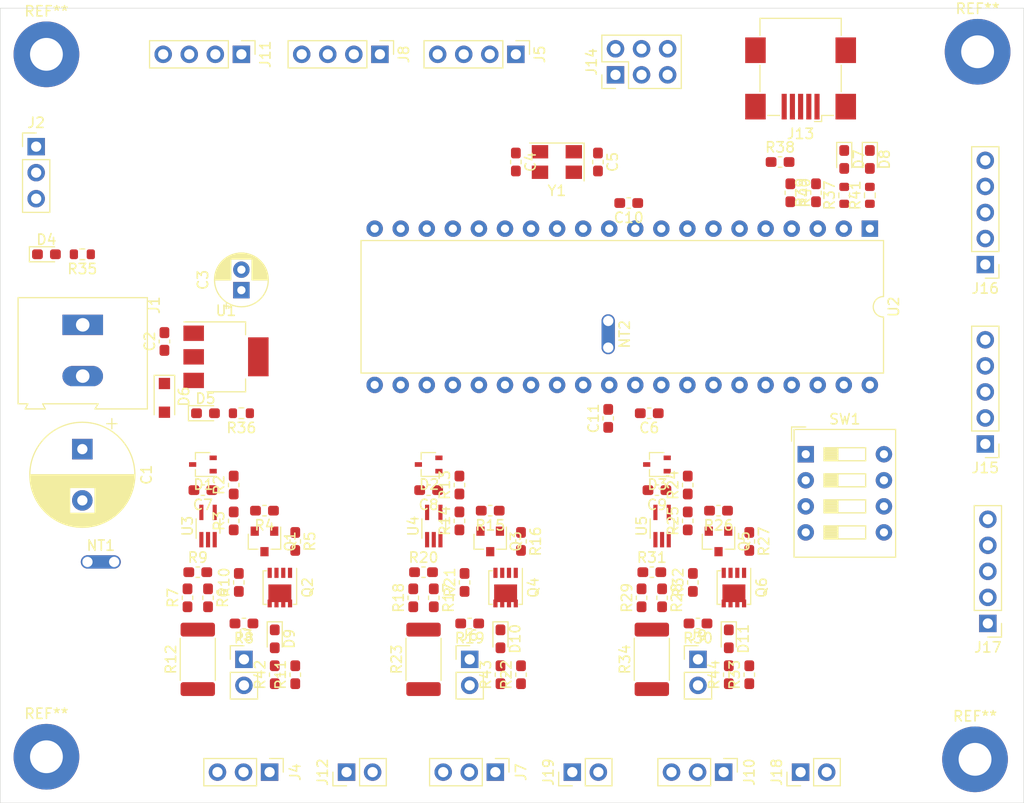
<source format=kicad_pcb>
(kicad_pcb (version 20171130) (host pcbnew "(5.1.12)-1")
  (layers (0 F.Cu signal) (31 B.Cu signal) (34 B.Paste user) (35 F.Paste user) (36 B.SilkS user) (37 F.SilkS user) (38 B.Mask user) (39 F.Mask user) (44 Edge.Cuts user))
  (net 0 "")
  (net 1 GNDPWR)
  (net 2 +8V)
  (net 3 GND)
  (net 4 +3V3)
  (net 5 "Net-(C4-Pad1)")
  (net 6 "Net-(C5-Pad1)")
  (net 7 "Net-(C6-Pad1)")
  (net 8 MOTOR_A_SENSE)
  (net 9 MOTOR_B_SENSE)
  (net 10 MOTOR_C_SENSE)
  (net 11 +3.3VA)
  (net 12 "Net-(D4-Pad2)")
  (net 13 "Net-(D5-Pad2)")
  (net 14 +5V)
  (net 15 "Net-(D7-Pad2)")
  (net 16 "Net-(D8-Pad2)")
  (net 17 "Net-(D9-Pad2)")
  (net 18 "Net-(D10-Pad2)")
  (net 19 "Net-(D11-Pad2)")
  (net 20 I2C_SCL)
  (net 21 I2C_SDA)
  (net 22 "Net-(J3-Pad2)")
  (net 23 "Net-(J3-Pad1)")
  (net 24 "Net-(J4-Pad3)")
  (net 25 "Net-(J4-Pad1)")
  (net 26 ROT_DAT_A)
  (net 27 ROT_CLK_A)
  (net 28 "Net-(J6-Pad2)")
  (net 29 "Net-(J6-Pad1)")
  (net 30 "Net-(J7-Pad3)")
  (net 31 "Net-(J7-Pad1)")
  (net 32 ROT_DAT_B)
  (net 33 ROT_CLK_B)
  (net 34 "Net-(J10-Pad2)")
  (net 35 "Net-(J9-Pad1)")
  (net 36 "Net-(J10-Pad3)")
  (net 37 "Net-(J10-Pad1)")
  (net 38 ROT_DAT_C)
  (net 39 ROT_CLK_C)
  (net 40 RESET)
  (net 41 SPI_MOSI)
  (net 42 SPI_SCK)
  (net 43 SPI_MISO)
  (net 44 SPI_SS_E)
  (net 45 SPI_SS_D)
  (net 46 SPI_SS_F)
  (net 47 "Net-(Q1-Pad3)")
  (net 48 "Net-(Q1-Pad1)")
  (net 49 "Net-(Q3-Pad3)")
  (net 50 "Net-(Q3-Pad1)")
  (net 51 "Net-(Q5-Pad3)")
  (net 52 "Net-(Q5-Pad1)")
  (net 53 "Net-(R2-Pad1)")
  (net 54 "Net-(R10-Pad2)")
  (net 55 MOTOR_A_DISCONNECT)
  (net 56 "Net-(R6-Pad1)")
  (net 57 MOTOR_A_CONTROL)
  (net 58 "Net-(R13-Pad1)")
  (net 59 "Net-(R14-Pad1)")
  (net 60 MOTOR_B_DISCONNECT)
  (net 61 "Net-(R17-Pad1)")
  (net 62 MOTOR_B_CONTROL)
  (net 63 "Net-(R24-Pad1)")
  (net 64 "Net-(R25-Pad1)")
  (net 65 MOTOR_C_DISCONNECT)
  (net 66 "Net-(R28-Pad1)")
  (net 67 MOTOR_C_CONTROL)
  (net 68 LED_ERR)
  (net 69 "Net-(J13-Pad2)")
  (net 70 "Net-(J13-Pad3)")
  (net 71 USB_D+)
  (net 72 USB_D-)
  (net 73 LED_RUN)
  (net 74 FUNCTION_1)
  (net 75 FUNCTION_0)
  (net 76 "Net-(J13-Pad4)")
  (net 77 "Net-(J13-Pad6)")
  (net 78 "Net-(SW1-Pad3)")
  (net 79 LIMIT_SWITCH_C)
  (net 80 LIMIT_SWITCH_B)
  (net 81 LIMIT_SWITCH_A)
  (module Resistor_SMD:R_0603_1608Metric (layer F.Cu) (at 170.25 86.25 90)
    (fp_text reference R41 (at 0 -1.43 90) (layer F.SilkS))
    (fp_text value 330)
    (pad 2 smd roundrect (at 0.825 0 90) (size 0.8 0.95) (layers F.Cu F.Paste F.Mask) (net 16 "Net-(D8-Pad2)"))
    (pad 1 smd roundrect (at -0.825 0 90) (size 0.8 0.95) (layers F.Cu F.Paste F.Mask) (net 73 LED_RUN))
  )
  (module Resistor_SMD:R_0603_1608Metric (layer F.Cu) (at 167.75 86.25 90)
    (fp_text reference R37 (at 0 -1.43 90) (layer F.SilkS))
    (fp_text value 330)
    (pad 2 smd roundrect (at 0.825 0 90) (size 0.8 0.95) (layers F.Cu F.Paste F.Mask) (net 15 "Net-(D7-Pad2)"))
    (pad 1 smd roundrect (at -0.825 0 90) (size 0.8 0.95) (layers F.Cu F.Paste F.Mask) (net 68 LED_ERR))
  )
  (module Resistor_SMD:R_0603_1608Metric (layer F.Cu) (at 109 107.5 180)
    (fp_text reference R36 (at 0 -1.43) (layer F.SilkS))
    (fp_text value 330)
    (pad 2 smd roundrect (at 0.825 0 180) (size 0.8 0.95) (layers F.Cu F.Paste F.Mask) (net 13 "Net-(D5-Pad2)"))
    (pad 1 smd roundrect (at -0.825 0 180) (size 0.8 0.95) (layers F.Cu F.Paste F.Mask) (net 4 +3V3))
  )
  (module Resistor_SMD:R_0603_1608Metric (layer F.Cu) (at 93.5 92 180)
    (fp_text reference R35 (at 0 -1.43) (layer F.SilkS))
    (fp_text value 1.5k)
    (pad 2 smd roundrect (at 0.825 0 180) (size 0.8 0.95) (layers F.Cu F.Paste F.Mask) (net 12 "Net-(D4-Pad2)"))
    (pad 1 smd roundrect (at -0.825 0 180) (size 0.8 0.95) (layers F.Cu F.Paste F.Mask) (net 2 +8V))
  )
  (module LED_SMD:LED_0603_1608Metric_Pad1.05x0.95mm_HandSolder (layer F.Cu) (at 170.25 82.75 270)
    (fp_text reference D8 (at 0 -1.43 90) (layer F.SilkS))
    (fp_text value LED_RUN)
    (pad 2 smd roundrect (at 0.875 0 270) (size 1.05 0.95) (layers F.Cu F.Paste F.Mask) (net 16 "Net-(D8-Pad2)"))
    (pad 1 smd roundrect (at -0.875 0 270) (size 1.05 0.95) (layers F.Cu F.Paste F.Mask) (net 3 GND))
  )
  (module LED_SMD:LED_0603_1608Metric_Pad1.05x0.95mm_HandSolder (layer F.Cu) (at 167.75 82.75 270)
    (fp_text reference D7 (at 0 -1.43 90) (layer F.SilkS))
    (fp_text value LED_ERR)
    (pad 2 smd roundrect (at 0.875 0 270) (size 1.05 0.95) (layers F.Cu F.Paste F.Mask) (net 15 "Net-(D7-Pad2)"))
    (pad 1 smd roundrect (at -0.875 0 270) (size 1.05 0.95) (layers F.Cu F.Paste F.Mask) (net 3 GND))
  )
  (module LED_SMD:LED_0603_1608Metric_Pad1.05x0.95mm_HandSolder (layer F.Cu) (at 105.5 107.5)
    (fp_text reference D5 (at 0 -1.43) (layer F.SilkS))
    (fp_text value LED_3V3)
    (pad 2 smd roundrect (at 0.875 0) (size 1.05 0.95) (layers F.Cu F.Paste F.Mask) (net 13 "Net-(D5-Pad2)"))
    (pad 1 smd roundrect (at -0.875 0) (size 1.05 0.95) (layers F.Cu F.Paste F.Mask) (net 3 GND))
  )
  (module LED_SMD:LED_0603_1608Metric_Pad1.05x0.95mm_HandSolder (layer F.Cu) (at 90 92)
    (fp_text reference D4 (at 0 -1.43) (layer F.SilkS))
    (fp_text value LED_POWER)
    (pad 2 smd roundrect (at 0.875 0) (size 1.05 0.95) (layers F.Cu F.Paste F.Mask) (net 12 "Net-(D4-Pad2)"))
    (pad 1 smd roundrect (at -0.875 0) (size 1.05 0.95) (layers F.Cu F.Paste F.Mask) (net 3 GND))
  )
  (module Connector_PinHeader_2.54mm:PinHeader_1x03_P2.54mm_Vertical (layer F.Cu) (at 111.75 142.5 270)
    (fp_text reference J4 (at 0 -2.5 90) (layer F.SilkS))
    (fp_text value Motor)
    (pad 3 thru_hole oval (at 0 5.08 270) (size 1.7 1.7) (drill 1) (layers *.Cu *.Mask) (net 24 "Net-(J4-Pad3)"))
    (pad 2 thru_hole oval (at 0 2.54 270) (size 1.7 1.7) (drill 1) (layers *.Cu *.Mask) (net 22 "Net-(J3-Pad2)"))
    (pad 1 thru_hole rect (at 0 0 270) (size 1.7 1.7) (drill 1) (layers *.Cu *.Mask) (net 25 "Net-(J4-Pad1)"))
  )
  (module Connector_PinHeader_2.54mm:PinHeader_1x02_P2.54mm_Vertical (layer F.Cu) (at 119.25 142.5 90)
    (fp_text reference J12 (at 0 -2.33 90) (layer F.SilkS))
    (fp_text value Conn_01x02)
    (pad 2 thru_hole oval (at 0 2.54 90) (size 1.7 1.7) (drill 1) (layers *.Cu *.Mask) (net 3 GND))
    (pad 1 thru_hole rect (at 0 0 90) (size 1.7 1.7) (drill 1) (layers *.Cu *.Mask) (net 81 LIMIT_SWITCH_A))
  )
  (module LED_SMD:LED_0603_1608Metric_Pad1.05x0.95mm_HandSolder (layer F.Cu) (at 112.25 129.5 270)
    (fp_text reference D9 (at 0 -1.43 90) (layer F.SilkS))
    (fp_text value LED)
    (pad 2 smd roundrect (at 0.875 0 270) (size 1.05 0.95) (layers F.Cu F.Paste F.Mask) (net 17 "Net-(D9-Pad2)"))
    (pad 1 smd roundrect (at -0.875 0 270) (size 1.05 0.95) (layers F.Cu F.Paste F.Mask) (net 3 GND))
  )
  (module Capacitor_SMD:C_0603_1608Metric_Pad1.05x0.95mm_HandSolder (layer F.Cu) (at 105.25 115 180)
    (fp_text reference C7 (at 0 -1.43) (layer F.SilkS))
    (fp_text value 100n)
    (pad 2 smd roundrect (at 0.875 0 180) (size 1.05 0.95) (layers F.Cu F.Paste F.Mask) (net 3 GND))
    (pad 1 smd roundrect (at -0.875 0 180) (size 1.05 0.95) (layers F.Cu F.Paste F.Mask) (net 8 MOTOR_A_SENSE))
  )
  (module Connector_PinHeader_2.54mm:PinHeader_1x02_P2.54mm_Vertical (layer F.Cu) (at 109.25 131.5)
    (fp_text reference J3 (at 0 -2.33) (layer F.SilkS))
    (fp_text value Conn_02x01)
    (pad 2 thru_hole oval (at 0 2.54) (size 1.7 1.7) (drill 1) (layers *.Cu *.Mask) (net 22 "Net-(J3-Pad2)"))
    (pad 1 thru_hole rect (at 0 0) (size 1.7 1.7) (drill 1) (layers *.Cu *.Mask) (net 23 "Net-(J3-Pad1)"))
  )
  (module Resistor_SMD:R_0603_1608Metric_Pad1.05x0.95mm_HandSolder (layer F.Cu) (at 112.25 133 90)
    (fp_text reference R42 (at 0 -1.43 90) (layer F.SilkS))
    (fp_text value 1.5k)
    (pad 2 smd roundrect (at 0.875 0 90) (size 1.05 0.95) (layers F.Cu F.Paste F.Mask) (net 17 "Net-(D9-Pad2)"))
    (pad 1 smd roundrect (at -0.875 0 90) (size 1.05 0.95) (layers F.Cu F.Paste F.Mask) (net 22 "Net-(J3-Pad2)"))
  )
  (module Resistor_SMD:R_0603_1608Metric_Pad1.05x0.95mm_HandSolder (layer F.Cu) (at 111.25 117 180)
    (fp_text reference R4 (at 0 -1.43) (layer F.SilkS))
    (fp_text value 10k)
    (pad 2 smd roundrect (at 0.875 0 180) (size 1.05 0.95) (layers F.Cu F.Paste F.Mask) (net 55 MOTOR_A_DISCONNECT))
    (pad 1 smd roundrect (at -0.875 0 180) (size 1.05 0.95) (layers F.Cu F.Paste F.Mask) (net 48 "Net-(Q1-Pad1)"))
  )
  (module Resistor_SMD:R_0603_1608Metric_Pad1.05x0.95mm_HandSolder (layer F.Cu) (at 114.25 120 270)
    (fp_text reference R5 (at 0 -1.43 90) (layer F.SilkS))
    (fp_text value 10k)
    (pad 2 smd roundrect (at 0.875 0 270) (size 1.05 0.95) (layers F.Cu F.Paste F.Mask) (net 47 "Net-(Q1-Pad3)"))
    (pad 1 smd roundrect (at -0.875 0 270) (size 1.05 0.95) (layers F.Cu F.Paste F.Mask) (net 2 +8V))
  )
  (module Resistor_SMD:R_0603_1608Metric_Pad1.05x0.95mm_HandSolder (layer F.Cu) (at 103.75 125.5 90)
    (fp_text reference R7 (at 0 -1.43 90) (layer F.SilkS))
    (fp_text value 47k)
    (pad 2 smd roundrect (at 0.875 0 90) (size 1.05 0.95) (layers F.Cu F.Paste F.Mask) (net 56 "Net-(R6-Pad1)"))
    (pad 1 smd roundrect (at -0.875 0 90) (size 1.05 0.95) (layers F.Cu F.Paste F.Mask) (net 4 +3V3))
  )
  (module Resistor_SMD:R_0603_1608Metric_Pad1.05x0.95mm_HandSolder (layer F.Cu) (at 108.75 124 90)
    (fp_text reference R10 (at 0 -1.43 90) (layer F.SilkS))
    (fp_text value 100)
    (pad 2 smd roundrect (at 0.875 0 90) (size 1.05 0.95) (layers F.Cu F.Paste F.Mask) (net 54 "Net-(R10-Pad2)"))
    (pad 1 smd roundrect (at -0.875 0 90) (size 1.05 0.95) (layers F.Cu F.Paste F.Mask) (net 1 GNDPWR))
  )
  (module Resistor_SMD:R_0603_1608Metric_Pad1.05x0.95mm_HandSolder (layer F.Cu) (at 109.25 128 180)
    (fp_text reference R8 (at 0 -1.43) (layer F.SilkS))
    (fp_text value 10k)
    (pad 2 smd roundrect (at 0.875 0 180) (size 1.05 0.95) (layers F.Cu F.Paste F.Mask) (net 3 GND))
    (pad 1 smd roundrect (at -0.875 0 180) (size 1.05 0.95) (layers F.Cu F.Paste F.Mask) (net 23 "Net-(J3-Pad1)"))
  )
  (module Resistor_SMD:R_0603_1608Metric_Pad1.05x0.95mm_HandSolder (layer F.Cu) (at 108.25 114.5 90)
    (fp_text reference R2 (at 0 -1.43 90) (layer F.SilkS))
    (fp_text value 1k)
    (pad 2 smd roundrect (at 0.875 0 90) (size 1.05 0.95) (layers F.Cu F.Paste F.Mask) (net 8 MOTOR_A_SENSE))
    (pad 1 smd roundrect (at -0.875 0 90) (size 1.05 0.95) (layers F.Cu F.Paste F.Mask) (net 53 "Net-(R2-Pad1)"))
  )
  (module Package_TO_SOT_SMD:SOT-353_SC-70-5_Handsoldering (layer F.Cu) (at 105.75 118.5 90)
    (fp_text reference U3 (at 0 -2 90) (layer F.SilkS))
    (fp_text value OPA333xxDCK)
    (pad 5 smd rect (at 1.33 -0.65 90) (size 1.5 0.4) (layers F.Cu F.Paste F.Mask) (net 4 +3V3))
    (pad 4 smd rect (at 1.33 0.65 90) (size 1.5 0.4) (layers F.Cu F.Paste F.Mask) (net 53 "Net-(R2-Pad1)"))
    (pad 3 smd rect (at -1.33 0.65 90) (size 1.5 0.4) (layers F.Cu F.Paste F.Mask) (net 54 "Net-(R10-Pad2)"))
    (pad 2 smd rect (at -1.33 0 90) (size 1.5 0.4) (layers F.Cu F.Paste F.Mask) (net 3 GND))
    (pad 1 smd rect (at -1.33 -0.65 90) (size 1.5 0.4) (layers F.Cu F.Paste F.Mask) (net 56 "Net-(R6-Pad1)"))
  )
  (module Package_SO:Vishay_PowerPAK_1212-8_Single (layer F.Cu) (at 112.75 124.5 270)
    (fp_text reference Q2 (at 0 -2.7 90) (layer F.SilkS))
    (fp_text value SiSS05DN)
    (pad 1 smd rect (at -1.435 -0.99 270) (size 0.99 0.405) (layers F.Cu F.Paste F.Mask) (net 2 +8V))
    (pad 2 smd rect (at -1.435 -0.33 270) (size 0.99 0.405) (layers F.Cu F.Paste F.Mask) (net 2 +8V))
    (pad 3 smd rect (at -1.435 0.33 270) (size 0.99 0.405) (layers F.Cu F.Paste F.Mask) (net 2 +8V))
    (pad 4 smd rect (at -1.435 0.99 270) (size 0.99 0.405) (layers F.Cu F.Paste F.Mask) (net 47 "Net-(Q1-Pad3)"))
    (pad 5 smd custom (at 0.5575 0 270) (size 1.725 2.235) (layers F.Cu F.Paste F.Mask) (net 23 "Net-(J3-Pad1)") (options (clearance outline) (anchor rect)) (primitives (gr_poly (pts (xy 0.8625 0.1275) (xy 0.8625 -0.1275) (xy 1.3725 -0.1275) (xy 1.3725 -0.5325) (xy 0.8625 -0.5325) (xy 0.8625 -0.7875) (xy 1.3725 -0.7875) (xy 1.3725 -1.195) (xy 0.6125 -1.195) (xy 0.6125 1.195) (xy 1.3725 1.195) (xy 1.3725 0.7875) (xy 0.8625 0.7875) (xy 0.8625 0.5325) (xy 1.3725 0.5325) (xy 1.3725 0.1275)) (width 0))))
  )
  (module Package_TO_SOT_SMD:SOT-323_SC-70 (layer F.Cu) (at 105.25 112.5 180)
    (fp_text reference D1 (at -0.05 -1.95) (layer F.SilkS))
    (fp_text value D_Schottky_x2_Serial_AKC)
    (pad 3 smd rect (at 1 0 90) (size 0.45 0.7) (layers F.Cu F.Paste F.Mask) (net 8 MOTOR_A_SENSE))
    (pad 2 smd rect (at -1 0.65 90) (size 0.45 0.7) (layers F.Cu F.Paste F.Mask) (net 4 +3V3))
    (pad 1 smd rect (at -1 -0.65 90) (size 0.45 0.7) (layers F.Cu F.Paste F.Mask) (net 3 GND))
  )
  (module Resistor_SMD:R_0603_1608Metric_Pad1.05x0.95mm_HandSolder (layer F.Cu) (at 104.75 123)
    (fp_text reference R9 (at 0 -1.43) (layer F.SilkS))
    (fp_text value 100)
    (pad 2 smd roundrect (at 0.875 0) (size 1.05 0.95) (layers F.Cu F.Paste F.Mask) (net 56 "Net-(R6-Pad1)"))
    (pad 1 smd roundrect (at -0.875 0) (size 1.05 0.95) (layers F.Cu F.Paste F.Mask) (net 24 "Net-(J4-Pad3)"))
  )
  (module Package_TO_SOT_SMD:SOT-23 (layer F.Cu) (at 111.25 120 270)
    (fp_text reference Q1 (at 0 -2.5 90) (layer F.SilkS))
    (fp_text value Q_NPN_BEC)
    (pad 3 smd rect (at 1 0 270) (size 0.9 0.8) (layers F.Cu F.Paste F.Mask) (net 47 "Net-(Q1-Pad3)"))
    (pad 2 smd rect (at -1 0.95 270) (size 0.9 0.8) (layers F.Cu F.Paste F.Mask) (net 3 GND))
    (pad 1 smd rect (at -1 -0.95 270) (size 0.9 0.8) (layers F.Cu F.Paste F.Mask) (net 48 "Net-(Q1-Pad1)"))
  )
  (module Resistor_SMD:R_2512_6332Metric (layer F.Cu) (at 104.75 131.5 90)
    (fp_text reference R12 (at 0 -2.62 90) (layer F.SilkS))
    (fp_text value 5m)
    (pad 2 smd roundrect (at 2.9 0 90) (size 1.35 3.35) (layers F.Cu F.Paste F.Mask) (roundrect_rratio 0.185185) (net 1 GNDPWR))
    (pad 1 smd roundrect (at -2.9 0 90) (size 1.35 3.35) (layers F.Cu F.Paste F.Mask) (roundrect_rratio 0.185185) (net 24 "Net-(J4-Pad3)"))
  )
  (module Resistor_SMD:R_0603_1608Metric_Pad1.05x0.95mm_HandSolder (layer F.Cu) (at 108.25 118 90)
    (fp_text reference R3 (at 0 -1.43 90) (layer F.SilkS))
    (fp_text value 4.7k)
    (pad 2 smd roundrect (at 0.875 0 90) (size 1.05 0.95) (layers F.Cu F.Paste F.Mask) (net 53 "Net-(R2-Pad1)"))
    (pad 1 smd roundrect (at -0.875 0 90) (size 1.05 0.95) (layers F.Cu F.Paste F.Mask) (net 54 "Net-(R10-Pad2)"))
  )
  (module Resistor_SMD:R_0603_1608Metric_Pad1.05x0.95mm_HandSolder (layer F.Cu) (at 105.75 125.5 270)
    (fp_text reference R6 (at 0 -1.43 90) (layer F.SilkS))
    (fp_text value 5.23k)
    (pad 2 smd roundrect (at 0.875 0 270) (size 1.05 0.95) (layers F.Cu F.Paste F.Mask) (net 3 GND))
    (pad 1 smd roundrect (at -0.875 0 270) (size 1.05 0.95) (layers F.Cu F.Paste F.Mask) (net 56 "Net-(R6-Pad1)"))
  )
  (module Resistor_SMD:R_0603_1608Metric_Pad1.05x0.95mm_HandSolder (layer F.Cu) (at 114.25 133 90)
    (fp_text reference R11 (at 0 -1.43 90) (layer F.SilkS))
    (fp_text value 330)
    (pad 2 smd roundrect (at 0.875 0 90) (size 1.05 0.95) (layers F.Cu F.Paste F.Mask) (net 57 MOTOR_A_CONTROL))
    (pad 1 smd roundrect (at -0.875 0 90) (size 1.05 0.95) (layers F.Cu F.Paste F.Mask) (net 25 "Net-(J4-Pad1)"))
  )
  (module Connector_PinHeader_2.54mm:PinHeader_1x02_P2.54mm_Vertical (layer F.Cu) (at 163.5 142.5 90)
    (fp_text reference J18 (at 0 -2.33 90) (layer F.SilkS))
    (fp_text value Conn_01x02)
    (pad 1 thru_hole rect (at 0 0 90) (size 1.7 1.7) (drill 1) (layers *.Cu *.Mask) (net 79 LIMIT_SWITCH_C))
    (pad 2 thru_hole oval (at 0 2.54 90) (size 1.7 1.7) (drill 1) (layers *.Cu *.Mask) (net 3 GND))
  )
  (module Connector_PinHeader_2.54mm:PinHeader_1x03_P2.54mm_Vertical (layer F.Cu) (at 156 142.5 270)
    (fp_text reference J10 (at 0 -2.5 90) (layer F.SilkS))
    (fp_text value Motor)
    (pad 1 thru_hole rect (at 0 0 270) (size 1.7 1.7) (drill 1) (layers *.Cu *.Mask) (net 37 "Net-(J10-Pad1)"))
    (pad 2 thru_hole oval (at 0 2.54 270) (size 1.7 1.7) (drill 1) (layers *.Cu *.Mask) (net 34 "Net-(J10-Pad2)"))
    (pad 3 thru_hole oval (at 0 5.08 270) (size 1.7 1.7) (drill 1) (layers *.Cu *.Mask) (net 36 "Net-(J10-Pad3)"))
  )
  (module LED_SMD:LED_0603_1608Metric_Pad1.05x0.95mm_HandSolder (layer F.Cu) (at 156.5 129.5 270)
    (fp_text reference D11 (at 0 -1.43 90) (layer F.SilkS))
    (fp_text value LED)
    (pad 1 smd roundrect (at -0.875 0 270) (size 1.05 0.95) (layers F.Cu F.Paste F.Mask) (net 3 GND))
    (pad 2 smd roundrect (at 0.875 0 270) (size 1.05 0.95) (layers F.Cu F.Paste F.Mask) (net 19 "Net-(D11-Pad2)"))
  )
  (module Connector_PinHeader_2.54mm:PinHeader_1x02_P2.54mm_Vertical (layer F.Cu) (at 153.5 131.5)
    (fp_text reference J9 (at 0 -2.33) (layer F.SilkS))
    (fp_text value Conn_02x01)
    (pad 1 thru_hole rect (at 0 0) (size 1.7 1.7) (drill 1) (layers *.Cu *.Mask) (net 35 "Net-(J9-Pad1)"))
    (pad 2 thru_hole oval (at 0 2.54) (size 1.7 1.7) (drill 1) (layers *.Cu *.Mask) (net 34 "Net-(J10-Pad2)"))
  )
  (module Package_TO_SOT_SMD:SOT-23 (layer F.Cu) (at 155.5 120 270)
    (fp_text reference Q5 (at 0 -2.5 90) (layer F.SilkS))
    (fp_text value Q_NPN_BEC)
    (pad 1 smd rect (at -1 -0.95 270) (size 0.9 0.8) (layers F.Cu F.Paste F.Mask) (net 52 "Net-(Q5-Pad1)"))
    (pad 2 smd rect (at -1 0.95 270) (size 0.9 0.8) (layers F.Cu F.Paste F.Mask) (net 3 GND))
    (pad 3 smd rect (at 1 0 270) (size 0.9 0.8) (layers F.Cu F.Paste F.Mask) (net 51 "Net-(Q5-Pad3)"))
  )
  (module Package_TO_SOT_SMD:SOT-323_SC-70 (layer F.Cu) (at 149.5 112.5 180)
    (fp_text reference D3 (at -0.05 -1.95) (layer F.SilkS))
    (fp_text value D_Schottky_x2_Serial_AKC)
    (pad 1 smd rect (at -1 -0.65 90) (size 0.45 0.7) (layers F.Cu F.Paste F.Mask) (net 3 GND))
    (pad 2 smd rect (at -1 0.65 90) (size 0.45 0.7) (layers F.Cu F.Paste F.Mask) (net 4 +3V3))
    (pad 3 smd rect (at 1 0 90) (size 0.45 0.7) (layers F.Cu F.Paste F.Mask) (net 10 MOTOR_C_SENSE))
  )
  (module Capacitor_SMD:C_0603_1608Metric_Pad1.05x0.95mm_HandSolder (layer F.Cu) (at 149.5 115 180)
    (fp_text reference C9 (at 0 -1.43) (layer F.SilkS))
    (fp_text value 100n)
    (pad 1 smd roundrect (at -0.875 0 180) (size 1.05 0.95) (layers F.Cu F.Paste F.Mask) (net 10 MOTOR_C_SENSE))
    (pad 2 smd roundrect (at 0.875 0 180) (size 1.05 0.95) (layers F.Cu F.Paste F.Mask) (net 3 GND))
  )
  (module Resistor_SMD:R_0603_1608Metric_Pad1.05x0.95mm_HandSolder (layer F.Cu) (at 156.5 133 90)
    (fp_text reference R44 (at 0 -1.43 90) (layer F.SilkS))
    (fp_text value 1.5k)
    (pad 1 smd roundrect (at -0.875 0 90) (size 1.05 0.95) (layers F.Cu F.Paste F.Mask) (net 34 "Net-(J10-Pad2)"))
    (pad 2 smd roundrect (at 0.875 0 90) (size 1.05 0.95) (layers F.Cu F.Paste F.Mask) (net 19 "Net-(D11-Pad2)"))
  )
  (module Resistor_SMD:R_0603_1608Metric_Pad1.05x0.95mm_HandSolder (layer F.Cu) (at 152.5 118 90)
    (fp_text reference R25 (at 0 -1.43 90) (layer F.SilkS))
    (fp_text value 4.7k)
    (pad 1 smd roundrect (at -0.875 0 90) (size 1.05 0.95) (layers F.Cu F.Paste F.Mask) (net 64 "Net-(R25-Pad1)"))
    (pad 2 smd roundrect (at 0.875 0 90) (size 1.05 0.95) (layers F.Cu F.Paste F.Mask) (net 63 "Net-(R24-Pad1)"))
  )
  (module Resistor_SMD:R_0603_1608Metric_Pad1.05x0.95mm_HandSolder (layer F.Cu) (at 155.5 117 180)
    (fp_text reference R26 (at 0 -1.43) (layer F.SilkS))
    (fp_text value 10k)
    (pad 1 smd roundrect (at -0.875 0 180) (size 1.05 0.95) (layers F.Cu F.Paste F.Mask) (net 52 "Net-(Q5-Pad1)"))
    (pad 2 smd roundrect (at 0.875 0 180) (size 1.05 0.95) (layers F.Cu F.Paste F.Mask) (net 65 MOTOR_C_DISCONNECT))
  )
  (module Resistor_SMD:R_0603_1608Metric_Pad1.05x0.95mm_HandSolder (layer F.Cu) (at 158.5 120 270)
    (fp_text reference R27 (at 0 -1.43 90) (layer F.SilkS))
    (fp_text value 10k)
    (pad 1 smd roundrect (at -0.875 0 270) (size 1.05 0.95) (layers F.Cu F.Paste F.Mask) (net 2 +8V))
    (pad 2 smd roundrect (at 0.875 0 270) (size 1.05 0.95) (layers F.Cu F.Paste F.Mask) (net 51 "Net-(Q5-Pad3)"))
  )
  (module Resistor_SMD:R_2512_6332Metric (layer F.Cu) (at 149 131.5 90)
    (fp_text reference R34 (at 0 -2.62 90) (layer F.SilkS))
    (fp_text value 5m)
    (pad 1 smd roundrect (at -2.9 0 90) (size 1.35 3.35) (layers F.Cu F.Paste F.Mask) (roundrect_rratio 0.185185) (net 36 "Net-(J10-Pad3)"))
    (pad 2 smd roundrect (at 2.9 0 90) (size 1.35 3.35) (layers F.Cu F.Paste F.Mask) (roundrect_rratio 0.185185) (net 1 GNDPWR))
  )
  (module Resistor_SMD:R_0603_1608Metric_Pad1.05x0.95mm_HandSolder (layer F.Cu) (at 150 125.5 270)
    (fp_text reference R28 (at 0 -1.43 90) (layer F.SilkS))
    (fp_text value 5.23k)
    (pad 1 smd roundrect (at -0.875 0 270) (size 1.05 0.95) (layers F.Cu F.Paste F.Mask) (net 66 "Net-(R28-Pad1)"))
    (pad 2 smd roundrect (at 0.875 0 270) (size 1.05 0.95) (layers F.Cu F.Paste F.Mask) (net 3 GND))
  )
  (module Resistor_SMD:R_0603_1608Metric_Pad1.05x0.95mm_HandSolder (layer F.Cu) (at 148 125.5 90)
    (fp_text reference R29 (at 0 -1.43 90) (layer F.SilkS))
    (fp_text value 47k)
    (pad 1 smd roundrect (at -0.875 0 90) (size 1.05 0.95) (layers F.Cu F.Paste F.Mask) (net 4 +3V3))
    (pad 2 smd roundrect (at 0.875 0 90) (size 1.05 0.95) (layers F.Cu F.Paste F.Mask) (net 66 "Net-(R28-Pad1)"))
  )
  (module Resistor_SMD:R_0603_1608Metric_Pad1.05x0.95mm_HandSolder (layer F.Cu) (at 153 124 90)
    (fp_text reference R32 (at 0 -1.43 90) (layer F.SilkS))
    (fp_text value 100)
    (pad 1 smd roundrect (at -0.875 0 90) (size 1.05 0.95) (layers F.Cu F.Paste F.Mask) (net 1 GNDPWR))
    (pad 2 smd roundrect (at 0.875 0 90) (size 1.05 0.95) (layers F.Cu F.Paste F.Mask) (net 64 "Net-(R25-Pad1)"))
  )
  (module Resistor_SMD:R_0603_1608Metric_Pad1.05x0.95mm_HandSolder (layer F.Cu) (at 158.5 133 90)
    (fp_text reference R33 (at 0 -1.43 90) (layer F.SilkS))
    (fp_text value 330)
    (pad 1 smd roundrect (at -0.875 0 90) (size 1.05 0.95) (layers F.Cu F.Paste F.Mask) (net 37 "Net-(J10-Pad1)"))
    (pad 2 smd roundrect (at 0.875 0 90) (size 1.05 0.95) (layers F.Cu F.Paste F.Mask) (net 67 MOTOR_C_CONTROL))
  )
  (module Resistor_SMD:R_0603_1608Metric_Pad1.05x0.95mm_HandSolder (layer F.Cu) (at 153.5 128 180)
    (fp_text reference R30 (at 0 -1.43) (layer F.SilkS))
    (fp_text value 10k)
    (pad 1 smd roundrect (at -0.875 0 180) (size 1.05 0.95) (layers F.Cu F.Paste F.Mask) (net 35 "Net-(J9-Pad1)"))
    (pad 2 smd roundrect (at 0.875 0 180) (size 1.05 0.95) (layers F.Cu F.Paste F.Mask) (net 3 GND))
  )
  (module Resistor_SMD:R_0603_1608Metric_Pad1.05x0.95mm_HandSolder (layer F.Cu) (at 149 123)
    (fp_text reference R31 (at 0 -1.43) (layer F.SilkS))
    (fp_text value 100)
    (pad 1 smd roundrect (at -0.875 0) (size 1.05 0.95) (layers F.Cu F.Paste F.Mask) (net 36 "Net-(J10-Pad3)"))
    (pad 2 smd roundrect (at 0.875 0) (size 1.05 0.95) (layers F.Cu F.Paste F.Mask) (net 66 "Net-(R28-Pad1)"))
  )
  (module Resistor_SMD:R_0603_1608Metric_Pad1.05x0.95mm_HandSolder (layer F.Cu) (at 152.5 114.5 90)
    (fp_text reference R24 (at 0 -1.43 90) (layer F.SilkS))
    (fp_text value 1k)
    (pad 1 smd roundrect (at -0.875 0 90) (size 1.05 0.95) (layers F.Cu F.Paste F.Mask) (net 63 "Net-(R24-Pad1)"))
    (pad 2 smd roundrect (at 0.875 0 90) (size 1.05 0.95) (layers F.Cu F.Paste F.Mask) (net 10 MOTOR_C_SENSE))
  )
  (module Package_TO_SOT_SMD:SOT-353_SC-70-5_Handsoldering (layer F.Cu) (at 150 118.5 90)
    (fp_text reference U5 (at 0 -2 90) (layer F.SilkS))
    (fp_text value OPA333xxDCK)
    (pad 1 smd rect (at -1.33 -0.65 90) (size 1.5 0.4) (layers F.Cu F.Paste F.Mask) (net 66 "Net-(R28-Pad1)"))
    (pad 2 smd rect (at -1.33 0 90) (size 1.5 0.4) (layers F.Cu F.Paste F.Mask) (net 3 GND))
    (pad 3 smd rect (at -1.33 0.65 90) (size 1.5 0.4) (layers F.Cu F.Paste F.Mask) (net 64 "Net-(R25-Pad1)"))
    (pad 4 smd rect (at 1.33 0.65 90) (size 1.5 0.4) (layers F.Cu F.Paste F.Mask) (net 63 "Net-(R24-Pad1)"))
    (pad 5 smd rect (at 1.33 -0.65 90) (size 1.5 0.4) (layers F.Cu F.Paste F.Mask) (net 4 +3V3))
  )
  (module Package_SO:Vishay_PowerPAK_1212-8_Single (layer F.Cu) (at 157 124.5 270)
    (fp_text reference Q6 (at 0 -2.7 90) (layer F.SilkS))
    (fp_text value SiSS05DN)
    (pad 5 smd custom (at 0.5575 0 270) (size 1.725 2.235) (layers F.Cu F.Paste F.Mask) (net 35 "Net-(J9-Pad1)") (options (clearance outline) (anchor rect)) (primitives (gr_poly (pts (xy 0.8625 0.1275) (xy 0.8625 -0.1275) (xy 1.3725 -0.1275) (xy 1.3725 -0.5325) (xy 0.8625 -0.5325) (xy 0.8625 -0.7875) (xy 1.3725 -0.7875) (xy 1.3725 -1.195) (xy 0.6125 -1.195) (xy 0.6125 1.195) (xy 1.3725 1.195) (xy 1.3725 0.7875) (xy 0.8625 0.7875) (xy 0.8625 0.5325) (xy 1.3725 0.5325) (xy 1.3725 0.1275)) (width 0))))
    (pad 4 smd rect (at -1.435 0.99 270) (size 0.99 0.405) (layers F.Cu F.Paste F.Mask) (net 51 "Net-(Q5-Pad3)"))
    (pad 3 smd rect (at -1.435 0.33 270) (size 0.99 0.405) (layers F.Cu F.Paste F.Mask) (net 2 +8V))
    (pad 2 smd rect (at -1.435 -0.33 270) (size 0.99 0.405) (layers F.Cu F.Paste F.Mask) (net 2 +8V))
    (pad 1 smd rect (at -1.435 -0.99 270) (size 0.99 0.405) (layers F.Cu F.Paste F.Mask) (net 2 +8V))
  )
  (module Connector_PinHeader_2.54mm:PinHeader_1x02_P2.54mm_Vertical (layer F.Cu) (at 141.25 142.5 90)
    (fp_text reference J19 (at 0 -2.33 90) (layer F.SilkS))
    (fp_text value Conn_01x02)
    (pad 2 thru_hole oval (at 0 2.54 90) (size 1.7 1.7) (drill 1) (layers *.Cu *.Mask) (net 3 GND))
    (pad 1 thru_hole rect (at 0 0 90) (size 1.7 1.7) (drill 1) (layers *.Cu *.Mask) (net 80 LIMIT_SWITCH_B))
  )
  (module Package_DIP:DIP-40_W15.24mm (layer F.Cu) (at 170.25 89.5 270)
    (fp_text reference U2 (at 7.62 -2.33 90) (layer F.SilkS))
    (fp_text value ATmega644P-20PU)
    (pad 40 thru_hole oval (at 15.24 0 270) (size 1.6 1.6) (drill 0.8) (layers *.Cu *.Mask) (net 8 MOTOR_A_SENSE))
    (pad 20 thru_hole oval (at 0 48.26 270) (size 1.6 1.6) (drill 0.8) (layers *.Cu *.Mask) (net 62 MOTOR_B_CONTROL))
    (pad 39 thru_hole oval (at 15.24 2.54 270) (size 1.6 1.6) (drill 0.8) (layers *.Cu *.Mask) (net 9 MOTOR_B_SENSE))
    (pad 19 thru_hole oval (at 0 45.72 270) (size 1.6 1.6) (drill 0.8) (layers *.Cu *.Mask) (net 46 SPI_SS_F))
    (pad 38 thru_hole oval (at 15.24 5.08 270) (size 1.6 1.6) (drill 0.8) (layers *.Cu *.Mask) (net 10 MOTOR_C_SENSE))
    (pad 18 thru_hole oval (at 0 43.18 270) (size 1.6 1.6) (drill 0.8) (layers *.Cu *.Mask) (net 44 SPI_SS_E))
    (pad 37 thru_hole oval (at 15.24 7.62 270) (size 1.6 1.6) (drill 0.8) (layers *.Cu *.Mask) (net 75 FUNCTION_0))
    (pad 17 thru_hole oval (at 0 40.64 270) (size 1.6 1.6) (drill 0.8) (layers *.Cu *.Mask) (net 79 LIMIT_SWITCH_C))
    (pad 36 thru_hole oval (at 15.24 10.16 270) (size 1.6 1.6) (drill 0.8) (layers *.Cu *.Mask) (net 74 FUNCTION_1))
    (pad 16 thru_hole oval (at 0 38.1 270) (size 1.6 1.6) (drill 0.8) (layers *.Cu *.Mask) (net 80 LIMIT_SWITCH_B))
    (pad 35 thru_hole oval (at 15.24 12.7 270) (size 1.6 1.6) (drill 0.8) (layers *.Cu *.Mask) (net 81 LIMIT_SWITCH_A))
    (pad 15 thru_hole oval (at 0 35.56 270) (size 1.6 1.6) (drill 0.8) (layers *.Cu *.Mask) (net 32 ROT_DAT_B))
    (pad 34 thru_hole oval (at 15.24 15.24 270) (size 1.6 1.6) (drill 0.8) (layers *.Cu *.Mask) (net 27 ROT_CLK_A))
    (pad 14 thru_hole oval (at 0 33.02 270) (size 1.6 1.6) (drill 0.8) (layers *.Cu *.Mask) (net 33 ROT_CLK_B))
    (pad 33 thru_hole oval (at 15.24 17.78 270) (size 1.6 1.6) (drill 0.8) (layers *.Cu *.Mask) (net 26 ROT_DAT_A))
    (pad 13 thru_hole oval (at 0 30.48 270) (size 1.6 1.6) (drill 0.8) (layers *.Cu *.Mask) (net 5 "Net-(C4-Pad1)"))
    (pad 32 thru_hole oval (at 15.24 20.32 270) (size 1.6 1.6) (drill 0.8) (layers *.Cu *.Mask) (net 7 "Net-(C6-Pad1)"))
    (pad 12 thru_hole oval (at 0 27.94 270) (size 1.6 1.6) (drill 0.8) (layers *.Cu *.Mask) (net 6 "Net-(C5-Pad1)"))
    (pad 31 thru_hole oval (at 15.24 22.86 270) (size 1.6 1.6) (drill 0.8) (layers *.Cu *.Mask) (net 3 GND))
    (pad 11 thru_hole oval (at 0 25.4 270) (size 1.6 1.6) (drill 0.8) (layers *.Cu *.Mask) (net 3 GND))
    (pad 30 thru_hole oval (at 15.24 25.4 270) (size 1.6 1.6) (drill 0.8) (layers *.Cu *.Mask) (net 11 +3.3VA))
    (pad 10 thru_hole oval (at 0 22.86 270) (size 1.6 1.6) (drill 0.8) (layers *.Cu *.Mask) (net 4 +3V3))
    (pad 29 thru_hole oval (at 15.24 27.94 270) (size 1.6 1.6) (drill 0.8) (layers *.Cu *.Mask) (net 38 ROT_DAT_C))
    (pad 9 thru_hole oval (at 0 20.32 270) (size 1.6 1.6) (drill 0.8) (layers *.Cu *.Mask) (net 40 RESET))
    (pad 28 thru_hole oval (at 15.24 30.48 270) (size 1.6 1.6) (drill 0.8) (layers *.Cu *.Mask) (net 39 ROT_CLK_C))
    (pad 8 thru_hole oval (at 0 17.78 270) (size 1.6 1.6) (drill 0.8) (layers *.Cu *.Mask) (net 42 SPI_SCK))
    (pad 27 thru_hole oval (at 15.24 33.02 270) (size 1.6 1.6) (drill 0.8) (layers *.Cu *.Mask) (net 45 SPI_SS_D))
    (pad 7 thru_hole oval (at 0 15.24 270) (size 1.6 1.6) (drill 0.8) (layers *.Cu *.Mask) (net 43 SPI_MISO))
    (pad 26 thru_hole oval (at 15.24 35.56 270) (size 1.6 1.6) (drill 0.8) (layers *.Cu *.Mask) (net 65 MOTOR_C_DISCONNECT))
    (pad 6 thru_hole oval (at 0 12.7 270) (size 1.6 1.6) (drill 0.8) (layers *.Cu *.Mask) (net 41 SPI_MOSI))
    (pad 25 thru_hole oval (at 15.24 38.1 270) (size 1.6 1.6) (drill 0.8) (layers *.Cu *.Mask) (net 60 MOTOR_B_DISCONNECT))
    (pad 5 thru_hole oval (at 0 10.16 270) (size 1.6 1.6) (drill 0.8) (layers *.Cu *.Mask) (net 57 MOTOR_A_CONTROL))
    (pad 24 thru_hole oval (at 15.24 40.64 270) (size 1.6 1.6) (drill 0.8) (layers *.Cu *.Mask) (net 55 MOTOR_A_DISCONNECT))
    (pad 4 thru_hole oval (at 0 7.62 270) (size 1.6 1.6) (drill 0.8) (layers *.Cu *.Mask) (net 72 USB_D-))
    (pad 23 thru_hole oval (at 15.24 43.18 270) (size 1.6 1.6) (drill 0.8) (layers *.Cu *.Mask) (net 21 I2C_SDA))
    (pad 3 thru_hole oval (at 0 5.08 270) (size 1.6 1.6) (drill 0.8) (layers *.Cu *.Mask) (net 71 USB_D+))
    (pad 22 thru_hole oval (at 15.24 45.72 270) (size 1.6 1.6) (drill 0.8) (layers *.Cu *.Mask) (net 20 I2C_SCL))
    (pad 2 thru_hole oval (at 0 2.54 270) (size 1.6 1.6) (drill 0.8) (layers *.Cu *.Mask) (net 68 LED_ERR))
    (pad 21 thru_hole oval (at 15.24 48.26 270) (size 1.6 1.6) (drill 0.8) (layers *.Cu *.Mask) (net 67 MOTOR_C_CONTROL))
    (pad 1 thru_hole rect (at 0 0 270) (size 1.6 1.6) (drill 0.8) (layers *.Cu *.Mask) (net 73 LED_RUN))
  )
  (module Package_SO:Vishay_PowerPAK_1212-8_Single (layer F.Cu) (at 134.75 124.5 270)
    (fp_text reference Q4 (at 0 -2.7 90) (layer F.SilkS))
    (fp_text value SiSS05DN)
    (pad 1 smd rect (at -1.435 -0.99 270) (size 0.99 0.405) (layers F.Cu F.Paste F.Mask) (net 2 +8V))
    (pad 2 smd rect (at -1.435 -0.33 270) (size 0.99 0.405) (layers F.Cu F.Paste F.Mask) (net 2 +8V))
    (pad 3 smd rect (at -1.435 0.33 270) (size 0.99 0.405) (layers F.Cu F.Paste F.Mask) (net 2 +8V))
    (pad 4 smd rect (at -1.435 0.99 270) (size 0.99 0.405) (layers F.Cu F.Paste F.Mask) (net 49 "Net-(Q3-Pad3)"))
    (pad 5 smd custom (at 0.5575 0 270) (size 1.725 2.235) (layers F.Cu F.Paste F.Mask) (net 29 "Net-(J6-Pad1)") (options (clearance outline) (anchor rect)) (primitives (gr_poly (pts (xy 0.8625 0.1275) (xy 0.8625 -0.1275) (xy 1.3725 -0.1275) (xy 1.3725 -0.5325) (xy 0.8625 -0.5325) (xy 0.8625 -0.7875) (xy 1.3725 -0.7875) (xy 1.3725 -1.195) (xy 0.6125 -1.195) (xy 0.6125 1.195) (xy 1.3725 1.195) (xy 1.3725 0.7875) (xy 0.8625 0.7875) (xy 0.8625 0.5325) (xy 1.3725 0.5325) (xy 1.3725 0.1275)) (width 0))))
  )
  (module Connector_USB:USB_Mini-B_Wuerth_65100516121_Horizontal (layer F.Cu) (at 163.5 75 180)
    (fp_text reference J13 (at 0 -5.25) (layer F.SilkS))
    (fp_text value USB_B_Mini)
    (pad "" np_thru_hole circle (at 2.2 0 180) (size 0.9 0.9) (drill 0.9) (layers *.Cu *.Mask))
    (pad "" np_thru_hole circle (at -2.2 0 180) (size 0.9 0.9) (drill 0.9) (layers *.Cu *.Mask))
    (pad 5 smd rect (at 1.6 -2.6 180) (size 0.5 2.5) (layers F.Cu F.Paste F.Mask) (net 3 GND))
    (pad 4 smd rect (at 0.8 -2.6 180) (size 0.5 2.5) (layers F.Cu F.Paste F.Mask) (net 76 "Net-(J13-Pad4)"))
    (pad 3 smd rect (at 0 -2.6 180) (size 0.5 2.5) (layers F.Cu F.Paste F.Mask) (net 70 "Net-(J13-Pad3)"))
    (pad 2 smd rect (at -0.8 -2.6 180) (size 0.5 2.5) (layers F.Cu F.Paste F.Mask) (net 69 "Net-(J13-Pad2)"))
    (pad 1 smd rect (at -1.6 -2.6 180) (size 0.5 2.5) (layers F.Cu F.Paste F.Mask) (net 14 +5V))
    (pad 6 smd rect (at 4.4 -2.6 180) (size 2 2.5) (layers F.Cu F.Paste F.Mask) (net 77 "Net-(J13-Pad6)"))
    (pad 6 smd rect (at -4.4 -2.6 180) (size 2 2.5) (layers F.Cu F.Paste F.Mask) (net 77 "Net-(J13-Pad6)"))
    (pad 6 smd rect (at 4.4 2.9 180) (size 2 2.5) (layers F.Cu F.Paste F.Mask) (net 77 "Net-(J13-Pad6)"))
    (pad 6 smd rect (at -4.4 2.9 180) (size 2 2.5) (layers F.Cu F.Paste F.Mask) (net 77 "Net-(J13-Pad6)"))
  )
  (module Capacitor_SMD:C_0603_1608Metric_Pad1.08x0.95mm_HandSolder (layer F.Cu) (at 101.5 100.5 90)
    (fp_text reference C2 (at 0 -1.43 90) (layer F.SilkS))
    (fp_text value 100n)
    (pad 2 smd roundrect (at 0.8625 0 90) (size 1.075 0.95) (layers F.Cu F.Paste F.Mask) (net 3 GND))
    (pad 1 smd roundrect (at -0.8625 0 90) (size 1.075 0.95) (layers F.Cu F.Paste F.Mask) (net 2 +8V))
  )
  (module MountingHole:MountingHole_3.2mm_M3_Pad (layer F.Cu) (at 90 141)
    (fp_text reference REF** (at 0 -4.2) (layer F.SilkS))
    (fp_text value MountingHole_3.2mm_M3_Pad)
    (pad 1 thru_hole circle (at 0 0) (size 6.4 6.4) (drill 3.2) (layers *.Cu *.Mask))
  )
  (module MountingHole:MountingHole_3.2mm_M3_Pad (layer F.Cu) (at 90 72.5)
    (fp_text reference REF** (at 0 -4.2) (layer F.SilkS))
    (fp_text value MountingHole_3.2mm_M3_Pad)
    (pad 1 thru_hole circle (at 0 0) (size 6.4 6.4) (drill 3.2) (layers *.Cu *.Mask))
  )
  (module MountingHole:MountingHole_3.2mm_M3_Pad (layer F.Cu) (at 180.5 141.25)
    (fp_text reference REF** (at 0 -4.2) (layer F.SilkS))
    (fp_text value MountingHole_3.2mm_M3_Pad)
    (pad 1 thru_hole circle (at 0 0) (size 6.4 6.4) (drill 3.2) (layers *.Cu *.Mask))
  )
  (module MountingHole:MountingHole_3.2mm_M3_Pad (layer F.Cu) (at 180.75 72.25)
    (fp_text reference REF** (at 0 -4.2) (layer F.SilkS))
    (fp_text value MountingHole_3.2mm_M3_Pad)
    (pad 1 thru_hole circle (at 0 0) (size 6.4 6.4) (drill 3.2) (layers *.Cu *.Mask))
  )
  (module Crystal:Crystal_SMD_5032-4Pin_5.0x3.2mm (layer F.Cu) (at 139.75 83 180)
    (fp_text reference Y1 (at 0 -2.8) (layer F.SilkS))
    (fp_text value 12MHz)
    (pad 4 smd rect (at -1.65 -1 180) (size 1.6 1.3) (layers F.Cu F.Paste F.Mask))
    (pad 3 smd rect (at 1.65 -1 180) (size 1.6 1.3) (layers F.Cu F.Paste F.Mask))
    (pad 2 smd rect (at 1.65 1 180) (size 1.6 1.3) (layers F.Cu F.Paste F.Mask) (net 5 "Net-(C4-Pad1)"))
    (pad 1 smd rect (at -1.65 1 180) (size 1.6 1.3) (layers F.Cu F.Paste F.Mask) (net 6 "Net-(C5-Pad1)"))
  )
  (module Package_TO_SOT_SMD:SOT-353_SC-70-5_Handsoldering (layer F.Cu) (at 127.75 118.5 90)
    (fp_text reference U4 (at 0 -2 90) (layer F.SilkS))
    (fp_text value OPA333xxDCK)
    (pad 5 smd rect (at 1.33 -0.65 90) (size 1.5 0.4) (layers F.Cu F.Paste F.Mask) (net 4 +3V3))
    (pad 4 smd rect (at 1.33 0.65 90) (size 1.5 0.4) (layers F.Cu F.Paste F.Mask) (net 58 "Net-(R13-Pad1)"))
    (pad 3 smd rect (at -1.33 0.65 90) (size 1.5 0.4) (layers F.Cu F.Paste F.Mask) (net 59 "Net-(R14-Pad1)"))
    (pad 2 smd rect (at -1.33 0 90) (size 1.5 0.4) (layers F.Cu F.Paste F.Mask) (net 3 GND))
    (pad 1 smd rect (at -1.33 -0.65 90) (size 1.5 0.4) (layers F.Cu F.Paste F.Mask) (net 61 "Net-(R17-Pad1)"))
  )
  (module Package_TO_SOT_SMD:SOT-223-3_TabPin2 (layer F.Cu) (at 107.5 102)
    (fp_text reference U1 (at 0 -4.5) (layer F.SilkS))
    (fp_text value LD1117S33TR_SOT223)
    (pad 1 smd rect (at -3.15 -2.3) (size 2 1.5) (layers F.Cu F.Paste F.Mask) (net 3 GND))
    (pad 3 smd rect (at -3.15 2.3) (size 2 1.5) (layers F.Cu F.Paste F.Mask) (net 2 +8V))
    (pad 2 smd rect (at -3.15 0) (size 2 1.5) (layers F.Cu F.Paste F.Mask) (net 4 +3V3))
    (pad 2 smd rect (at 3.15 0) (size 2 3.8) (layers F.Cu F.Paste F.Mask) (net 4 +3V3))
  )
  (module Button_Switch_THT:SW_DIP_SPSTx04_Slide_9.78x12.34mm_W7.62mm_P2.54mm (layer F.Cu) (at 164 111.5)
    (fp_text reference SW1 (at 3.81 -3.42) (layer F.SilkS))
    (fp_text value Function)
    (pad 8 thru_hole oval (at 7.62 0) (size 1.6 1.6) (drill 0.8) (layers *.Cu *.Mask) (net 3 GND))
    (pad 4 thru_hole oval (at 0 7.62) (size 1.6 1.6) (drill 0.8) (layers *.Cu *.Mask) (net 40 RESET))
    (pad 7 thru_hole oval (at 7.62 2.54) (size 1.6 1.6) (drill 0.8) (layers *.Cu *.Mask) (net 3 GND))
    (pad 3 thru_hole oval (at 0 5.08) (size 1.6 1.6) (drill 0.8) (layers *.Cu *.Mask) (net 78 "Net-(SW1-Pad3)"))
    (pad 6 thru_hole oval (at 7.62 5.08) (size 1.6 1.6) (drill 0.8) (layers *.Cu *.Mask) (net 3 GND))
    (pad 2 thru_hole oval (at 0 2.54) (size 1.6 1.6) (drill 0.8) (layers *.Cu *.Mask) (net 74 FUNCTION_1))
    (pad 5 thru_hole oval (at 7.62 7.62) (size 1.6 1.6) (drill 0.8) (layers *.Cu *.Mask) (net 3 GND))
    (pad 1 thru_hole rect (at 0 0) (size 1.6 1.6) (drill 0.8) (layers *.Cu *.Mask) (net 75 FUNCTION_0))
  )
  (module Resistor_SMD:R_0603_1608Metric_Pad1.05x0.95mm_HandSolder (layer F.Cu) (at 134.25 133 90)
    (fp_text reference R43 (at 0 -1.43 90) (layer F.SilkS))
    (fp_text value 1.5k)
    (pad 2 smd roundrect (at 0.875 0 90) (size 1.05 0.95) (layers F.Cu F.Paste F.Mask) (net 18 "Net-(D10-Pad2)"))
    (pad 1 smd roundrect (at -0.875 0 90) (size 1.05 0.95) (layers F.Cu F.Paste F.Mask) (net 28 "Net-(J6-Pad2)"))
  )
  (module Resistor_SMD:R_0603_1608Metric_Pad1.05x0.95mm_HandSolder (layer F.Cu) (at 162.5 86 270)
    (fp_text reference R40 (at 0 -1.43 90) (layer F.SilkS))
    (fp_text value 68)
    (pad 2 smd roundrect (at 0.875 0 270) (size 1.05 0.95) (layers F.Cu F.Paste F.Mask) (net 72 USB_D-))
    (pad 1 smd roundrect (at -0.875 0 270) (size 1.05 0.95) (layers F.Cu F.Paste F.Mask) (net 69 "Net-(J13-Pad2)"))
  )
  (module Resistor_SMD:R_0603_1608Metric_Pad1.05x0.95mm_HandSolder (layer F.Cu) (at 165 86 90)
    (fp_text reference R39 (at 0 -1.43 90) (layer F.SilkS))
    (fp_text value 68)
    (pad 2 smd roundrect (at 0.875 0 90) (size 1.05 0.95) (layers F.Cu F.Paste F.Mask) (net 70 "Net-(J13-Pad3)"))
    (pad 1 smd roundrect (at -0.875 0 90) (size 1.05 0.95) (layers F.Cu F.Paste F.Mask) (net 71 USB_D+))
  )
  (module Resistor_SMD:R_0603_1608Metric_Pad1.05x0.95mm_HandSolder (layer F.Cu) (at 161.5 83)
    (fp_text reference R38 (at 0 -1.43) (layer F.SilkS))
    (fp_text value 1.5k)
    (pad 2 smd roundrect (at 0.875 0) (size 1.05 0.95) (layers F.Cu F.Paste F.Mask) (net 69 "Net-(J13-Pad2)"))
    (pad 1 smd roundrect (at -0.875 0) (size 1.05 0.95) (layers F.Cu F.Paste F.Mask) (net 4 +3V3))
  )
  (module Resistor_SMD:R_2512_6332Metric (layer F.Cu) (at 126.75 131.5 90)
    (fp_text reference R23 (at 0 -2.62 90) (layer F.SilkS))
    (fp_text value 5m)
    (pad 2 smd roundrect (at 2.9 0 90) (size 1.35 3.35) (layers F.Cu F.Paste F.Mask) (roundrect_rratio 0.185185) (net 1 GNDPWR))
    (pad 1 smd roundrect (at -2.9 0 90) (size 1.35 3.35) (layers F.Cu F.Paste F.Mask) (roundrect_rratio 0.185185) (net 30 "Net-(J7-Pad3)"))
  )
  (module Resistor_SMD:R_0603_1608Metric_Pad1.05x0.95mm_HandSolder (layer F.Cu) (at 136.25 133 90)
    (fp_text reference R22 (at 0 -1.43 90) (layer F.SilkS))
    (fp_text value 330)
    (pad 2 smd roundrect (at 0.875 0 90) (size 1.05 0.95) (layers F.Cu F.Paste F.Mask) (net 62 MOTOR_B_CONTROL))
    (pad 1 smd roundrect (at -0.875 0 90) (size 1.05 0.95) (layers F.Cu F.Paste F.Mask) (net 31 "Net-(J7-Pad1)"))
  )
  (module Resistor_SMD:R_0603_1608Metric_Pad1.05x0.95mm_HandSolder (layer F.Cu) (at 130.75 124 90)
    (fp_text reference R21 (at 0 -1.43 90) (layer F.SilkS))
    (fp_text value 100)
    (pad 2 smd roundrect (at 0.875 0 90) (size 1.05 0.95) (layers F.Cu F.Paste F.Mask) (net 59 "Net-(R14-Pad1)"))
    (pad 1 smd roundrect (at -0.875 0 90) (size 1.05 0.95) (layers F.Cu F.Paste F.Mask) (net 1 GNDPWR))
  )
  (module Resistor_SMD:R_0603_1608Metric_Pad1.05x0.95mm_HandSolder (layer F.Cu) (at 126.75 123)
    (fp_text reference R20 (at 0 -1.43) (layer F.SilkS))
    (fp_text value 100)
    (pad 2 smd roundrect (at 0.875 0) (size 1.05 0.95) (layers F.Cu F.Paste F.Mask) (net 61 "Net-(R17-Pad1)"))
    (pad 1 smd roundrect (at -0.875 0) (size 1.05 0.95) (layers F.Cu F.Paste F.Mask) (net 30 "Net-(J7-Pad3)"))
  )
  (module Resistor_SMD:R_0603_1608Metric_Pad1.05x0.95mm_HandSolder (layer F.Cu) (at 131.25 128 180)
    (fp_text reference R19 (at 0 -1.43) (layer F.SilkS))
    (fp_text value 10k)
    (pad 2 smd roundrect (at 0.875 0 180) (size 1.05 0.95) (layers F.Cu F.Paste F.Mask) (net 3 GND))
    (pad 1 smd roundrect (at -0.875 0 180) (size 1.05 0.95) (layers F.Cu F.Paste F.Mask) (net 29 "Net-(J6-Pad1)"))
  )
  (module Resistor_SMD:R_0603_1608Metric_Pad1.05x0.95mm_HandSolder (layer F.Cu) (at 125.75 125.5 90)
    (fp_text reference R18 (at 0 -1.43 90) (layer F.SilkS))
    (fp_text value 47k)
    (pad 2 smd roundrect (at 0.875 0 90) (size 1.05 0.95) (layers F.Cu F.Paste F.Mask) (net 61 "Net-(R17-Pad1)"))
    (pad 1 smd roundrect (at -0.875 0 90) (size 1.05 0.95) (layers F.Cu F.Paste F.Mask) (net 4 +3V3))
  )
  (module Resistor_SMD:R_0603_1608Metric_Pad1.05x0.95mm_HandSolder (layer F.Cu) (at 127.75 125.5 270)
    (fp_text reference R17 (at 0 -1.43 90) (layer F.SilkS))
    (fp_text value 5.23k)
    (pad 2 smd roundrect (at 0.875 0 270) (size 1.05 0.95) (layers F.Cu F.Paste F.Mask) (net 3 GND))
    (pad 1 smd roundrect (at -0.875 0 270) (size 1.05 0.95) (layers F.Cu F.Paste F.Mask) (net 61 "Net-(R17-Pad1)"))
  )
  (module Resistor_SMD:R_0603_1608Metric_Pad1.05x0.95mm_HandSolder (layer F.Cu) (at 136.25 120 270)
    (fp_text reference R16 (at 0 -1.43 90) (layer F.SilkS))
    (fp_text value 10k)
    (pad 2 smd roundrect (at 0.875 0 270) (size 1.05 0.95) (layers F.Cu F.Paste F.Mask) (net 49 "Net-(Q3-Pad3)"))
    (pad 1 smd roundrect (at -0.875 0 270) (size 1.05 0.95) (layers F.Cu F.Paste F.Mask) (net 2 +8V))
  )
  (module Resistor_SMD:R_0603_1608Metric_Pad1.05x0.95mm_HandSolder (layer F.Cu) (at 133.25 117 180)
    (fp_text reference R15 (at 0 -1.43) (layer F.SilkS))
    (fp_text value 10k)
    (pad 2 smd roundrect (at 0.875 0 180) (size 1.05 0.95) (layers F.Cu F.Paste F.Mask) (net 60 MOTOR_B_DISCONNECT))
    (pad 1 smd roundrect (at -0.875 0 180) (size 1.05 0.95) (layers F.Cu F.Paste F.Mask) (net 50 "Net-(Q3-Pad1)"))
  )
  (module Resistor_SMD:R_0603_1608Metric_Pad1.05x0.95mm_HandSolder (layer F.Cu) (at 130.25 118 90)
    (fp_text reference R14 (at 0 -1.43 90) (layer F.SilkS))
    (fp_text value 4.7k)
    (pad 2 smd roundrect (at 0.875 0 90) (size 1.05 0.95) (layers F.Cu F.Paste F.Mask) (net 58 "Net-(R13-Pad1)"))
    (pad 1 smd roundrect (at -0.875 0 90) (size 1.05 0.95) (layers F.Cu F.Paste F.Mask) (net 59 "Net-(R14-Pad1)"))
  )
  (module Resistor_SMD:R_0603_1608Metric_Pad1.05x0.95mm_HandSolder (layer F.Cu) (at 130.25 114.5 90)
    (fp_text reference R13 (at 0 -1.43 90) (layer F.SilkS))
    (fp_text value 1k)
    (pad 2 smd roundrect (at 0.875 0 90) (size 1.05 0.95) (layers F.Cu F.Paste F.Mask) (net 9 MOTOR_B_SENSE))
    (pad 1 smd roundrect (at -0.875 0 90) (size 1.05 0.95) (layers F.Cu F.Paste F.Mask) (net 58 "Net-(R13-Pad1)"))
  )
  (module Package_TO_SOT_SMD:SOT-23 (layer F.Cu) (at 133.25 120 270)
    (fp_text reference Q3 (at 0 -2.5 90) (layer F.SilkS))
    (fp_text value Q_NPN_BEC)
    (pad 3 smd rect (at 1 0 270) (size 0.9 0.8) (layers F.Cu F.Paste F.Mask) (net 49 "Net-(Q3-Pad3)"))
    (pad 2 smd rect (at -1 0.95 270) (size 0.9 0.8) (layers F.Cu F.Paste F.Mask) (net 3 GND))
    (pad 1 smd rect (at -1 -0.95 270) (size 0.9 0.8) (layers F.Cu F.Paste F.Mask) (net 50 "Net-(Q3-Pad1)"))
  )
  (module NetTie:NetTie-2_THT_Pad1.0mm (layer F.Cu) (at 144.75 98.5 270)
    (fp_text reference NT2 (at 1.3 -1.6 90) (layer F.SilkS))
    (fp_text value Net-Tie_2)
    (fp_poly (pts (xy 0 -0.65) (xy 2.6 -0.65) (xy 2.6 0.65) (xy 0 0.65)) (layer B.Cu) (width 0))
    (fp_poly (pts (xy 0 -0.65) (xy 2.6 -0.65) (xy 2.6 0.65) (xy 0 0.65)) (layer F.Cu) (width 0))
    (pad 2 thru_hole circle (at 2.6 0 270) (size 1.3 1.3) (drill 1) (layers *.Cu) (net 11 +3.3VA))
    (pad 1 thru_hole circle (at 0 0 270) (size 1.3 1.3) (drill 1) (layers *.Cu) (net 4 +3V3))
  )
  (module NetTie:NetTie-2_THT_Pad1.0mm (layer F.Cu) (at 94 122)
    (fp_text reference NT1 (at 1.3 -1.6) (layer F.SilkS))
    (fp_text value Net-Tie_2)
    (fp_poly (pts (xy 0 -0.65) (xy 2.6 -0.65) (xy 2.6 0.65) (xy 0 0.65)) (layer B.Cu) (width 0))
    (fp_poly (pts (xy 0 -0.65) (xy 2.6 -0.65) (xy 2.6 0.65) (xy 0 0.65)) (layer F.Cu) (width 0))
    (pad 2 thru_hole circle (at 2.6 0) (size 1.3 1.3) (drill 1) (layers *.Cu) (net 3 GND))
    (pad 1 thru_hole circle (at 0 0) (size 1.3 1.3) (drill 1) (layers *.Cu) (net 1 GNDPWR))
  )
  (module Connector_PinHeader_2.54mm:PinHeader_1x05_P2.54mm_Vertical (layer F.Cu) (at 181.75 128 180)
    (fp_text reference J17 (at 0 -2.33) (layer F.SilkS))
    (fp_text value Motor_F)
    (pad 5 thru_hole oval (at 0 10.16 180) (size 1.7 1.7) (drill 1) (layers *.Cu *.Mask) (net 3 GND))
    (pad 4 thru_hole oval (at 0 7.62 180) (size 1.7 1.7) (drill 1) (layers *.Cu *.Mask) (net 46 SPI_SS_F))
    (pad 3 thru_hole oval (at 0 5.08 180) (size 1.7 1.7) (drill 1) (layers *.Cu *.Mask) (net 42 SPI_SCK))
    (pad 2 thru_hole oval (at 0 2.54 180) (size 1.7 1.7) (drill 1) (layers *.Cu *.Mask) (net 43 SPI_MISO))
    (pad 1 thru_hole rect (at 0 0 180) (size 1.7 1.7) (drill 1) (layers *.Cu *.Mask) (net 41 SPI_MOSI))
  )
  (module Connector_PinHeader_2.54mm:PinHeader_1x05_P2.54mm_Vertical (layer F.Cu) (at 181.5 93 180)
    (fp_text reference J16 (at 0 -2.33) (layer F.SilkS))
    (fp_text value Motor_D)
    (pad 5 thru_hole oval (at 0 10.16 180) (size 1.7 1.7) (drill 1) (layers *.Cu *.Mask) (net 3 GND))
    (pad 4 thru_hole oval (at 0 7.62 180) (size 1.7 1.7) (drill 1) (layers *.Cu *.Mask) (net 45 SPI_SS_D))
    (pad 3 thru_hole oval (at 0 5.08 180) (size 1.7 1.7) (drill 1) (layers *.Cu *.Mask) (net 42 SPI_SCK))
    (pad 2 thru_hole oval (at 0 2.54 180) (size 1.7 1.7) (drill 1) (layers *.Cu *.Mask) (net 43 SPI_MISO))
    (pad 1 thru_hole rect (at 0 0 180) (size 1.7 1.7) (drill 1) (layers *.Cu *.Mask) (net 41 SPI_MOSI))
  )
  (module Connector_PinHeader_2.54mm:PinHeader_1x05_P2.54mm_Vertical (layer F.Cu) (at 181.5 110.5 180)
    (fp_text reference J15 (at 0 -2.33) (layer F.SilkS))
    (fp_text value Motor_E)
    (pad 5 thru_hole oval (at 0 10.16 180) (size 1.7 1.7) (drill 1) (layers *.Cu *.Mask) (net 3 GND))
    (pad 4 thru_hole oval (at 0 7.62 180) (size 1.7 1.7) (drill 1) (layers *.Cu *.Mask) (net 44 SPI_SS_E))
    (pad 3 thru_hole oval (at 0 5.08 180) (size 1.7 1.7) (drill 1) (layers *.Cu *.Mask) (net 42 SPI_SCK))
    (pad 2 thru_hole oval (at 0 2.54 180) (size 1.7 1.7) (drill 1) (layers *.Cu *.Mask) (net 43 SPI_MISO))
    (pad 1 thru_hole rect (at 0 0 180) (size 1.7 1.7) (drill 1) (layers *.Cu *.Mask) (net 41 SPI_MOSI))
  )
  (module Connector_PinHeader_2.54mm:PinHeader_2x03_P2.54mm_Vertical (layer F.Cu) (at 145.46 74.5 90)
    (fp_text reference J14 (at 1.27 -2.33 90) (layer F.SilkS))
    (fp_text value ISP)
    (pad 6 thru_hole oval (at 2.54 5.08 90) (size 1.7 1.7) (drill 1) (layers *.Cu *.Mask) (net 3 GND))
    (pad 5 thru_hole oval (at 0 5.08 90) (size 1.7 1.7) (drill 1) (layers *.Cu *.Mask) (net 40 RESET))
    (pad 4 thru_hole oval (at 2.54 2.54 90) (size 1.7 1.7) (drill 1) (layers *.Cu *.Mask) (net 41 SPI_MOSI))
    (pad 3 thru_hole oval (at 0 2.54 90) (size 1.7 1.7) (drill 1) (layers *.Cu *.Mask) (net 42 SPI_SCK))
    (pad 2 thru_hole oval (at 2.54 0 90) (size 1.7 1.7) (drill 1) (layers *.Cu *.Mask) (net 4 +3V3))
    (pad 1 thru_hole rect (at 0 0 90) (size 1.7 1.7) (drill 1) (layers *.Cu *.Mask) (net 43 SPI_MISO))
  )
  (module Connector_PinHeader_2.54mm:PinHeader_1x04_P2.54mm_Vertical (layer F.Cu) (at 109 72.5 270)
    (fp_text reference J11 (at 0 -2.33 90) (layer F.SilkS))
    (fp_text value Rotary_Encoder)
    (pad 4 thru_hole oval (at 0 7.62 270) (size 1.7 1.7) (drill 1) (layers *.Cu *.Mask) (net 3 GND))
    (pad 3 thru_hole oval (at 0 5.08 270) (size 1.7 1.7) (drill 1) (layers *.Cu *.Mask) (net 38 ROT_DAT_C))
    (pad 2 thru_hole oval (at 0 2.54 270) (size 1.7 1.7) (drill 1) (layers *.Cu *.Mask) (net 39 ROT_CLK_C))
    (pad 1 thru_hole rect (at 0 0 270) (size 1.7 1.7) (drill 1) (layers *.Cu *.Mask) (net 4 +3V3))
  )
  (module Connector_PinHeader_2.54mm:PinHeader_1x04_P2.54mm_Vertical (layer F.Cu) (at 122.5 72.5 270)
    (fp_text reference J8 (at 0 -2.33 90) (layer F.SilkS))
    (fp_text value Rotary_Encoder)
    (pad 4 thru_hole oval (at 0 7.62 270) (size 1.7 1.7) (drill 1) (layers *.Cu *.Mask) (net 3 GND))
    (pad 3 thru_hole oval (at 0 5.08 270) (size 1.7 1.7) (drill 1) (layers *.Cu *.Mask) (net 32 ROT_DAT_B))
    (pad 2 thru_hole oval (at 0 2.54 270) (size 1.7 1.7) (drill 1) (layers *.Cu *.Mask) (net 33 ROT_CLK_B))
    (pad 1 thru_hole rect (at 0 0 270) (size 1.7 1.7) (drill 1) (layers *.Cu *.Mask) (net 4 +3V3))
  )
  (module Connector_PinHeader_2.54mm:PinHeader_1x03_P2.54mm_Vertical (layer F.Cu) (at 133.75 142.5 270)
    (fp_text reference J7 (at 0 -2.5 90) (layer F.SilkS))
    (fp_text value Motor)
    (pad 3 thru_hole oval (at 0 5.08 270) (size 1.7 1.7) (drill 1) (layers *.Cu *.Mask) (net 30 "Net-(J7-Pad3)"))
    (pad 2 thru_hole oval (at 0 2.54 270) (size 1.7 1.7) (drill 1) (layers *.Cu *.Mask) (net 28 "Net-(J6-Pad2)"))
    (pad 1 thru_hole rect (at 0 0 270) (size 1.7 1.7) (drill 1) (layers *.Cu *.Mask) (net 31 "Net-(J7-Pad1)"))
  )
  (module Connector_PinHeader_2.54mm:PinHeader_1x02_P2.54mm_Vertical (layer F.Cu) (at 131.25 131.5)
    (fp_text reference J6 (at 0 -2.33) (layer F.SilkS))
    (fp_text value Conn_02x01)
    (pad 2 thru_hole oval (at 0 2.54) (size 1.7 1.7) (drill 1) (layers *.Cu *.Mask) (net 28 "Net-(J6-Pad2)"))
    (pad 1 thru_hole rect (at 0 0) (size 1.7 1.7) (drill 1) (layers *.Cu *.Mask) (net 29 "Net-(J6-Pad1)"))
  )
  (module Connector_PinHeader_2.54mm:PinHeader_1x04_P2.54mm_Vertical (layer F.Cu) (at 135.75 72.5 270)
    (fp_text reference J5 (at 0 -2.33 90) (layer F.SilkS))
    (fp_text value Rotary_Encoder)
    (pad 4 thru_hole oval (at 0 7.62 270) (size 1.7 1.7) (drill 1) (layers *.Cu *.Mask) (net 3 GND))
    (pad 3 thru_hole oval (at 0 5.08 270) (size 1.7 1.7) (drill 1) (layers *.Cu *.Mask) (net 26 ROT_DAT_A))
    (pad 2 thru_hole oval (at 0 2.54 270) (size 1.7 1.7) (drill 1) (layers *.Cu *.Mask) (net 27 ROT_CLK_A))
    (pad 1 thru_hole rect (at 0 0 270) (size 1.7 1.7) (drill 1) (layers *.Cu *.Mask) (net 4 +3V3))
  )
  (module Connector_PinHeader_2.54mm:PinHeader_1x03_P2.54mm_Vertical (layer F.Cu) (at 89 81.5)
    (fp_text reference J2 (at 0 -2.33) (layer F.SilkS))
    (fp_text value I2C)
    (pad 3 thru_hole oval (at 0 5.08) (size 1.7 1.7) (drill 1) (layers *.Cu *.Mask) (net 3 GND))
    (pad 2 thru_hole oval (at 0 2.54) (size 1.7 1.7) (drill 1) (layers *.Cu *.Mask) (net 20 I2C_SCL))
    (pad 1 thru_hole rect (at 0 0) (size 1.7 1.7) (drill 1) (layers *.Cu *.Mask) (net 21 I2C_SDA))
  )
  (module TerminalBlock:TerminalBlock_Altech_AK300-2_P5.00mm (layer F.Cu) (at 93.536 98.88 270)
    (fp_text reference J1 (at -1.92 -6.99 90) (layer F.SilkS))
    (fp_text value Power)
    (pad 2 thru_hole oval (at 5 0 270) (size 1.98 3.96) (drill 1.32) (layers *.Cu *.Mask) (net 1 GNDPWR))
    (pad 1 thru_hole rect (at 0 0 270) (size 1.98 3.96) (drill 1.32) (layers *.Cu *.Mask) (net 2 +8V))
  )
  (module LED_SMD:LED_0603_1608Metric_Pad1.05x0.95mm_HandSolder (layer F.Cu) (at 134.25 129.5 270)
    (fp_text reference D10 (at 0 -1.43 90) (layer F.SilkS))
    (fp_text value LED)
    (pad 2 smd roundrect (at 0.875 0 270) (size 1.05 0.95) (layers F.Cu F.Paste F.Mask) (net 18 "Net-(D10-Pad2)"))
    (pad 1 smd roundrect (at -0.875 0 270) (size 1.05 0.95) (layers F.Cu F.Paste F.Mask) (net 3 GND))
  )
  (module Diode_SMD:D_SOD-123F (layer F.Cu) (at 101.5 106 270)
    (fp_text reference D6 (at -0.127 -1.905 90) (layer F.SilkS))
    (fp_text value D)
    (pad 2 smd rect (at 1.4 0 270) (size 1.1 1.1) (layers F.Cu F.Paste F.Mask) (net 14 +5V))
    (pad 1 smd rect (at -1.4 0 270) (size 1.1 1.1) (layers F.Cu F.Paste F.Mask) (net 2 +8V))
  )
  (module Package_TO_SOT_SMD:SOT-323_SC-70 (layer F.Cu) (at 127.25 112.5 180)
    (fp_text reference D2 (at -0.05 -1.95) (layer F.SilkS))
    (fp_text value D_Schottky_x2_Serial_AKC)
    (pad 3 smd rect (at 1 0 90) (size 0.45 0.7) (layers F.Cu F.Paste F.Mask) (net 9 MOTOR_B_SENSE))
    (pad 2 smd rect (at -1 0.65 90) (size 0.45 0.7) (layers F.Cu F.Paste F.Mask) (net 4 +3V3))
    (pad 1 smd rect (at -1 -0.65 90) (size 0.45 0.7) (layers F.Cu F.Paste F.Mask) (net 3 GND))
  )
  (module Capacitor_SMD:C_0603_1608Metric_Pad1.05x0.95mm_HandSolder (layer F.Cu) (at 144.75 108 90)
    (fp_text reference C11 (at 0 -1.43 90) (layer F.SilkS))
    (fp_text value 100n)
    (pad 2 smd roundrect (at 0.875 0 90) (size 1.05 0.95) (layers F.Cu F.Paste F.Mask) (net 11 +3.3VA))
    (pad 1 smd roundrect (at -0.875 0 90) (size 1.05 0.95) (layers F.Cu F.Paste F.Mask) (net 3 GND))
  )
  (module Capacitor_SMD:C_0603_1608Metric_Pad1.05x0.95mm_HandSolder (layer F.Cu) (at 146.75 87 180)
    (fp_text reference C10 (at 0 -1.43) (layer F.SilkS))
    (fp_text value 100n)
    (pad 2 smd roundrect (at 0.875 0 180) (size 1.05 0.95) (layers F.Cu F.Paste F.Mask) (net 3 GND))
    (pad 1 smd roundrect (at -0.875 0 180) (size 1.05 0.95) (layers F.Cu F.Paste F.Mask) (net 4 +3V3))
  )
  (module Capacitor_SMD:C_0603_1608Metric_Pad1.05x0.95mm_HandSolder (layer F.Cu) (at 127.25 115 180)
    (fp_text reference C8 (at 0 -1.43) (layer F.SilkS))
    (fp_text value 100n)
    (pad 2 smd roundrect (at 0.875 0 180) (size 1.05 0.95) (layers F.Cu F.Paste F.Mask) (net 3 GND))
    (pad 1 smd roundrect (at -0.875 0 180) (size 1.05 0.95) (layers F.Cu F.Paste F.Mask) (net 9 MOTOR_B_SENSE))
  )
  (module Capacitor_SMD:C_0603_1608Metric_Pad1.05x0.95mm_HandSolder (layer F.Cu) (at 148.75 107.5 180)
    (fp_text reference C6 (at 0 -1.43) (layer F.SilkS))
    (fp_text value 100n)
    (pad 2 smd roundrect (at 0.875 0 180) (size 1.05 0.95) (layers F.Cu F.Paste F.Mask) (net 3 GND))
    (pad 1 smd roundrect (at -0.875 0 180) (size 1.05 0.95) (layers F.Cu F.Paste F.Mask) (net 7 "Net-(C6-Pad1)"))
  )
  (module Capacitor_SMD:C_0603_1608Metric_Pad1.05x0.95mm_HandSolder (layer F.Cu) (at 143.75 83 270)
    (fp_text reference C5 (at 0 -1.43 90) (layer F.SilkS))
    (fp_text value 22p)
    (pad 2 smd roundrect (at 0.875 0 270) (size 1.05 0.95) (layers F.Cu F.Paste F.Mask) (net 3 GND))
    (pad 1 smd roundrect (at -0.875 0 270) (size 1.05 0.95) (layers F.Cu F.Paste F.Mask) (net 6 "Net-(C5-Pad1)"))
  )
  (module Capacitor_SMD:C_0603_1608Metric_Pad1.05x0.95mm_HandSolder (layer F.Cu) (at 135.75 83 270)
    (fp_text reference C4 (at 0 -1.43 90) (layer F.SilkS))
    (fp_text value 22p)
    (pad 2 smd roundrect (at 0.875 0 270) (size 1.05 0.95) (layers F.Cu F.Paste F.Mask) (net 3 GND))
    (pad 1 smd roundrect (at -0.875 0 270) (size 1.05 0.95) (layers F.Cu F.Paste F.Mask) (net 5 "Net-(C4-Pad1)"))
  )
  (module Capacitor_THT:CP_Radial_D5.0mm_P2.00mm (layer F.Cu) (at 109 95.5 90)
    (fp_text reference C3 (at 1 -3.75 90) (layer F.SilkS))
    (fp_text value 10u)
    (pad 2 thru_hole circle (at 2 0 90) (size 1.6 1.6) (drill 0.8) (layers *.Cu *.Mask) (net 3 GND))
    (pad 1 thru_hole rect (at 0 0 90) (size 1.6 1.6) (drill 0.8) (layers *.Cu *.Mask) (net 4 +3V3))
  )
  (module Capacitor_THT:CP_Radial_D10.0mm_P5.00mm (layer F.Cu) (at 93.5 111 270)
    (fp_text reference C1 (at 2.5 -6.25 90) (layer F.SilkS))
    (fp_text value 470u)
    (pad 2 thru_hole circle (at 5 0 270) (size 2 2) (drill 1) (layers *.Cu *.Mask) (net 1 GNDPWR))
    (pad 1 thru_hole rect (at 0 0 270) (size 2 2) (drill 1) (layers *.Cu *.Mask) (net 2 +8V))
  )
  (gr_line (start 85.5 145.5) (end 85.5 68) (layer Edge.Cuts) (width 0.05))
  (gr_line (start 185.25 145.5) (end 85.5 145.5) (layer Edge.Cuts) (width 0.05))
  (gr_line (start 185.25 68) (end 185.25 145.5) (layer Edge.Cuts) (width 0.05))
  (gr_line (start 85.5 68) (end 185.25 68) (layer Edge.Cuts) (width 0.05))
)
</source>
